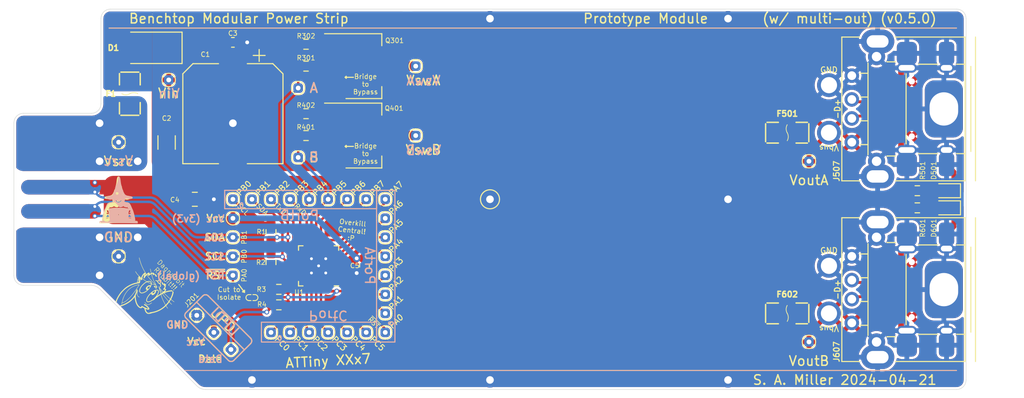
<source format=kicad_pcb>
(kicad_pcb (version 20211014) (generator pcbnew)
  (title_block (title "Benchtop Modular Power Strip") (date "2024-04-21") (rev "0.5.0") (company "S. A. Miller") (comment 1 "Prototype Module") (comment 2 "(w/ multi-out)"))
  (layers (0 "F.Cu" signal) (31 "B.Cu" signal) (34 "B.Paste" user) (35 "F.Paste" user) (36 "B.SilkS" user "B.Silkscreen") (37 "F.SilkS" user "F.Silkscreen") (38 "B.Mask" user) (39 "F.Mask" user) (44 "Edge.Cuts" user))
  (net 0 "")
  (net 1 "GND")
  (net 2 "~{RESET}")
  (net 3 "Dat0")
  (net 4 "PA4")
  (net 5 "PA5")
  (net 6 "PA6")
  (net 7 "PA7")
  (net 8 "PB2")
  (net 9 "PB3")
  (net 10 "PA1")
  (net 11 "PA2")
  (net 12 "PA3")
  (net 13 "PB0")
  (net 14 "PB1")
  (net 15 "PB4")
  (net 16 "PB5")
  (net 17 "PB6")
  (net 18 "PB7")
  (net 19 "PC2")
  (net 20 "PC3")
  (net 21 "PC4")
  (net 22 "PC5")
  (net 23 "Vsrc")
  (net 24 "Vin")
  (net 25 "/Source Power Rail/Vprot")
  (net 26 "PA0")
  (net 27 "I2C-Vcc")
  (net 28 "PC0")
  (net 29 "PC1")
  (net 30 "Net-(Q301-Pad1)")
  (net 31 "VswA")
  (net 32 "Net-(Q401-Pad1)")
  (net 33 "VswB")
  (net 34 "Net-(C507-Pad1)")
  (net 35 "Net-(C607-Pad1)")
  (net 36 "Net-(D501-Pad2)")
  (net 37 "VoutA")
  (net 50 "VoutB")
  (net 51 "Net-(D601-Pad2)")
  (footprint "tinker:TestPoint_THTPad_D1.0mm_Drill0.5mm" (layer "F.Cu") (at 79 114)
    (fp_text reference "PC1")
    (fp_text value "CtrlC" hide)
  )
  (footprint "Package_TO_SOT_SMD:SOT-223-3_TabPin2" (layer "F.Cu") (at 86.7278 93.3)
    (fp_text reference "Q401")
    (fp_text value "ZXMP4A16G")
  )
  (footprint "tinker:TestPoint_THTPad_D1.0mm_Drill0.5mm" (layer "F.Cu") (at 92.2 93.3)
    (fp_text reference "TP402" hide)
    (fp_text value "VswB" hide)
  )
  (footprint "Capacitor_SMD:C_0805_2012Metric" (layer "F.Cu") (at 69 100)
    (fp_text reference "C4")
    (fp_text value "4.7uF")
  )
  (footprint "Resistor_SMD:R_0603_1608Metric" (layer "F.Cu") (at 77.825 109.474)
    (fp_text reference "R3")
    (fp_text value "10k")
  )
  (footprint "LED_SMD:LED_0603_1608Metric" (layer "F.Cu") (at 147.9296 99.1 180)
    (fp_text reference "D501")
    (fp_text value "LED")
  )
  (footprint "Resistor_SMD:R_0603_1608Metric" (layer "F.Cu") (at 80.6794 86)
    (fp_text reference "R301")
    (fp_text value "100R")
  )
  (footprint "tinker:TestPoint_THTPad_D1.0mm_Drill0.5mm" (layer "F.Cu") (at 73 108)
    (fp_text reference "TP3" hide)
    (fp_text value "Dat0" hide)
  )
  (footprint "tinker:TestPoint_THTPad_D1.0mm_Drill0.5mm" (layer "F.Cu") (at 61 94)
    (fp_text reference "TP1" hide)
    (fp_text value "Vsrc" hide)
  )
  (footprint "tinker:TestPoint_THTPad_D1.0mm_Drill0.5mm" (layer "F.Cu") (at 85 114 90)
    (fp_text reference "PC4")
    (fp_text value "CtrlC" hide)
  )
  (footprint "Capacitor_SMD:C_0603_1608Metric" (layer "F.Cu") (at 86.8172 106.9848 -90)
    (fp_text reference "C5")
    (fp_text value "100nF")
  )
  (footprint "Resistor_SMD:R_0603_1608Metric" (layer "F.Cu") (at 144.8816 100.9)
    (fp_text reference "R601")
    (fp_text value "?")
  )
  (footprint "tinker:TestPoint_THTPad_D1.0mm_Drill0.5mm" (layer "F.Cu") (at 79.8544 95.6)
    (fp_text reference "TP401" hide)
    (fp_text value "CtrlA" hide)
  )
  (footprint "tinker:TestPoint_THTPad_D1.0mm_Drill0.5mm" (layer "F.Cu") (at 81 100 90)
    (fp_text reference "PB4")
    (fp_text value "CtrlB" hide)
  )
  (footprint "tinker:F1206" (layer "F.Cu") (at 62.176 88.9 90)
    (fp_text reference "F1")
    (fp_text value "Polyfuse" hide)
  )
  (footprint "tinker:USB_A+C+XT30" (layer "F.Cu") (at 150 109.5 90)
    (fp_text reference "J607")
    (fp_text value "USB_A+C+XT30" hide)
  )
  (footprint "Resistor_SMD:R_0603_1608Metric" (layer "F.Cu") (at 77 103.4288 -90)
    (fp_text reference "R1")
    (fp_text value "10k")
  )
  (footprint "tinker:TestPoint_THTPad_D1.0mm_Drill0.5mm" (layer "F.Cu") (at 89 110 180)
    (fp_text reference "PA2")
    (fp_text value "CtrlA" hide)
  )
  (footprint "tinker:TestPoint_THTPad_D1.0mm_Drill0.5mm" (layer "F.Cu") (at 87 114 90)
    (fp_text reference "PC5")
    (fp_text value "CtrlC" hide)
  )
  (footprint "tinker:TestPoint_THTPad_D1.0mm_Drill0.5mm" (layer "F.Cu") (at 92.2 86)
    (fp_text reference "TP302" hide)
    (fp_text value "VswA" hide)
  )
  (footprint "tinker:TestPoint_THTPad_D1.0mm_Drill0.5mm" (layer "F.Cu") (at 133.5 96)
    (fp_text reference "TP501" hide)
    (fp_text value "Vout1" hide)
  )
  (footprint "Resistor_SMD:R_0603_1608Metric" (layer "F.Cu") (at 144.8816 99.1)
    (fp_text reference "R501")
    (fp_text value "?")
  )
  (footprint "Resistor_SMD:R_0603_1608Metric" (layer "F.Cu") (at 77.825 111.0996 180)
    (fp_text reference "R4")
    (fp_text value "330R")
  )
  (footprint "tinker:TestPoint_THTPad_D1.0mm_Drill0.5mm" (layer "F.Cu") (at 89 106 180)
    (fp_text reference "PA4")
    (fp_text value "CtrlA" hide)
  )
  (footprint "tinker:tinySJ-Bridged" (layer "F.Cu") (at 75 110.3376)
    (fp_text reference "JP201" hide)
    (fp_text value "Jumper_2_Bridged" hide)
  )
  (footprint "Capacitor_SMD:CP_Elec_10x10" (layer "F.Cu") (at 73 91 -90)
    (fp_text reference "C1")
    (fp_text value "220uF")
  )
  (footprint "tinker:TestPoint_THTPad_D1.0mm_Drill0.5mm" (layer "F.Cu") (at 75 100 90)
    (fp_text reference "PB1")
    (fp_text value "CtrlB" hide)
  )
  (footprint "tinker:TestPoint_THTPad_D1.0mm_Drill0.5mm" (layer "F.Cu") (at 81 114 90)
    (fp_text reference "PC2")
    (fp_text value "CtrlC" hide)
  )
  (footprint "tinker:TestPoint_THTPad_D1.0mm_Drill0.5mm" (layer "F.Cu") (at 89 100 180)
    (fp_text reference "PA7")
    (fp_text value "CtrlA" hide)
  )
  (footprint "Package_DFN_QFN:QFN-24-1EP_4x4mm_P0.5mm_EP2.6x2.6mm" (layer "F.Cu") (at 82 107 180)
    (fp_text reference "U1")
    (fp_text value "ATtiny1617")
  )
  (footprint "tinker:NerdMage" (layer "F.Cu") (at 61 100)
    (fp_text reference "G***" hide)
    (fp_text value "LOGO" hide)
  )
  (footprint "tinker:TestPoint_THTPad_D1.0mm_Drill0.5mm" (layer "F.Cu") (at 77 114)
    (fp_text reference "PC0")
    (fp_text value "CtrlC" hide)
  )
  (footprint "tinker:TestPoint_THTPad_D1.0mm_Drill0.5mm" (layer "F.Cu") (at 66.262 87.45)
    (fp_text reference "TP2" hide)
    (fp_text value "Vin" hide)
  )
  (footprint "tinker:TestPoint_THTPad_D1.0mm_Drill0.5mm" (layer "F.Cu") (at 83 100 90)
    (fp_text reference "PB5")
    (fp_text value "CtrlB" hide)
  )
  (footprint "tinker:TestPoint_THTPad_D1.0mm_Drill0.5mm" (layer "F.Cu") (at 61 106)
    (fp_text reference "TP7" hide)
    (fp_text value "GND" hide)
  )
  (footprint "Capacitor_SMD:C_1206_3216Metric" (layer "F.Cu") (at 66.04 94.0308 -90)
    (fp_text reference "C2")
    (fp_text value "10uF")
  )
  (footprint "tinker:DagNabbit" (layer "F.Cu") (at 64.1016 109.72 135)
    (fp_text reference "REF**" hide)
    (fp_text value "DagNabbit" hide)
  )
  (footprint "Package_TO_SOT_SMD:SOT-223-3_TabPin2" (layer "F.Cu") (at 86.7278 86)
    (fp_text reference "Q301")
    (fp_text value "ZXMP4A16G")
  )
  (footprint "tinker:TestPoint_THTPad_D1.0mm_Drill0.5mm" (layer "F.Cu") (at 79.8544 88.3)
    (fp_text reference "TP301" hide)
    (fp_text value "CtrlA" hide)
  )
  (footprint "tinker:TestPoint_THTPad_D1.0mm_Drill0.5mm" (layer "F.Cu") (at 89 102 180)
    (fp_text reference "PA6")
    (fp_text value "CtrlA" hide)
  )
  (footprint "tinker:TestPoint_THTPad_D1.0mm_Drill0.5mm" (layer "F.Cu") (at 89 112 180)
    (fp_text reference "PA1")
    (fp_text value "CtrlA" hide)
  )
  (footprint "Resistor_SMD:R_0603_1608Metric" (layer "F.Cu") (at 80.6794 91)
    (fp_text reference "R402")
    (fp_text value "10k")
  )
  (footprint "tinker:USB_A+C+XT30" (layer "F.Cu") (at 150 90.5 90)
    (fp_text reference "J507")
    (fp_text value "USB_A+C+XT30" hide)
  )
  (footprint "tinker:F1206" (layer "F.Cu") (at 131.2164 112)
    (fp_text reference "F602")
    (fp_text value "Polyfuse" hide)
  )
  (footprint "tinker:F1206" (layer "F.Cu") (at 131.2164 93)
    (fp_text reference "F501")
    (fp_text value "Polyfuse" hide)
  )
  (footprint "tinker:TestPoint_THTPad_D1.0mm_Drill0.5mm" (layer "F.Cu") (at 77 100 90)
    (fp_text reference "PB2")
    (fp_text value "CtrlB" hide)
  )
  (footprint "tinker:TestPoint_THTPad_D1.0mm_Drill0.5mm" (layer "F.Cu") (at 73 106)
    (fp_text reference "TP6" hide)
    (fp_text value "Dat3" hide)
  )
  (footprint "tinker:TestPoint_THTPad_D1.0mm_Drill0.5mm" (layer "F.Cu") (at 133.5 115)
    (fp_text reference "TP601" hide)
    (fp_text value "Vout1" hide)
  )
  (footprint "Resistor_SMD:R_0603_1608Metric" (layer "F.Cu") (at 77 106.6292 90)
    (fp_text reference "R2")
    (fp_text value "10k")
  )
  (footprint "tinker:TestPoint_THTPad_D1.0mm_Drill0.5mm" (layer "F.Cu") (at 89 104 180)
    (fp_text reference "PA5")
    (fp_text value "CtrlA" hide)
  )
  (footprint "tinker:TestPoint_THTPad_D1.0mm_Drill0.5mm" (layer "F.Cu") (at 87 100 90)
    (fp_text reference "PB7")
    (fp_text value "CtrlB" hide)
  )
  (footprint "tinker:TestPoint_THTPad_D1.0mm_Drill0.5mm" (layer "F.Cu") (at 73 100 90)
    (fp_text reference "PB0")
    (fp_text value "CtrlB" hide)
  )
  (footprint "Resistor_SMD:R_0603_1608Metric" (layer "F.Cu") (at 80.6794 83.7)
    (fp_text reference "R302")
    (fp_text value "10k")
  )
  (footprint "Diode_SMD:D_SMA" (layer "F.Cu") (at 64.262 84.074 180)
    (fp_text reference "D1")
    (fp_text value "D_Schottky")
  )
  (footprint "tinker:TestPoint_THTPad_D1.0mm_Drill0.5mm" (layer "F.Cu") (at 79 100 90)
    (fp_text reference "PB3")
    (fp_text value "CtrlB" hide)
  )
  (footprint "Capacitor_SMD:C_0603_1608Metric" (layer "F.Cu") (at 73 83.5)
    (fp_text reference "C3")
    (fp_text value "100nF")
  )
  (footprint "Resistor_SMD:R_0603_1608Metric" (layer "F.Cu") (at 80.6794 93.3)
    (fp_text reference "R401")
    (fp_text value "100R")
  )
  (footprint "tinker:TestPoint_THTPad_D1.0mm_Drill0.5mm" (layer "F.Cu") (at 83 114 90)
    (fp_text reference "PC3")
    (fp_text value "CtrlC" hide)
  )
  (footprint "tinker:TestPoint_THTPad_D1.0mm_Drill0.5mm" (layer "F.Cu") (at 89 108 180)
    (fp_text reference "PA3")
    (fp_text value "CtrlA" hide)
  )
  (footprint "LED_SMD:LED_0603_1608Metric" (layer "F.Cu") (at 147.9296 100.9 180)
    (fp_text reference "D601")
    (fp_text value "LED")
  )
  (footprint "tinker:UPDI_connection" (layer "F.Cu") (at 71 114 -45)
    (fp_text reference "J201")
    (fp_text value "UPDI Connection" hide)
  )
  (footprint "tinker:TestPoint_THTPad_D1.0mm_Drill0.5mm" (layer "F.Cu") (at 89 114 180)
    (fp_text reference "PA0")
    (fp_text value "CtrlA" hide)
  )
  (footprint "tinker:TestPoint_THTPad_D1.0mm_Drill0.5mm" (layer "F.Cu") (at 73 102)
    (fp_text reference "TP4" hide)
    (fp_text value "Dat1" hide)
  )
  (footprint "tinker:TestPoint_THTPad_D1.0mm_Drill0.5mm" (layer "F.Cu") (at 73 104)
    (fp_text reference "TP5" hide)
    (fp_text value "Dat2" hide)
  )
  (footprint "tinker:TestPoint_THTPad_D1.0mm_Drill0.5mm" (layer "F.Cu") (at 85 100 90)
    (fp_text reference "PB6")
    (fp_text value "CtrlB" hide)
  )
  (footprint "tinker:NerdMage" (layer "B.Cu") (at 61 100 180)
    (fp_text reference "G***" hide)
    (fp_text value "LOGO" hide)
  )
  (gr_line (start 68 118) (end 149 118) (layer "B.SilkS") (width 0.1))
  (gr_rect (start 72.136 99.06) (end 88.0872 100.9904) (layer "B.SilkS") (width 0.12) (fill none))
  (gr_line (start 60 82) (end 149 82) (layer "B.SilkS") (width 0.1))
  (gr_rect (start 88.0872 115.0112) (end 75.9968 112.9284) (layer "B.SilkS") (width 0.12) (fill none))
  (gr_rect (start 88.0872 99.06) (end 90.0176 115.0112) (layer "B.SilkS") (width 0.12) (fill none))
  (gr_line (start 84.7942 94.4372) (end 84.8958 94.3356) (layer "F.SilkS") (width 0.12))
  (gr_line (start 84.8958 94.5388) (end 84.7942 94.4372) (layer "F.SilkS") (width 0.12))
  (gr_line (start 84.7942 87.1728) (end 84.8958 87.0712) (layer "F.SilkS") (width 0.12))
  (gr_line (start 73.6108 108.966) (end 74.2204 109.7788) (layer "F.SilkS") (width 0.12))
  (gr_line (start 85.6578 87.1728) (end 84.7942 87.1728) (layer "F.SilkS") (width 0.12))
  (gr_line (start 85.6578 94.4372) (end 84.7942 94.4372) (layer "F.SilkS") (width 0.12))
  (gr_line (start 84.8958 87.0712) (end 84.8958 87.2744) (layer "F.SilkS") (width 0.12))
  (gr_line (start 60 82) (end 149 82) (layer "F.SilkS") (width 0.1))
  (gr_line (start 75 118) (end 149 118) (layer "F.SilkS") (width 0.1))
  (gr_line (start 74.0172 109.728) (end 74.2204 109.7788) (layer "F.SilkS") (width 0.12))
  (gr_line (start 84.8958 87.2744) (end 84.7942 87.1728) (layer "F.SilkS") (width 0.12))
  (gr_line (start 74.2204 109.7788) (end 74.2204 109.5756) (layer "F.SilkS") (width 0.12))
  (gr_line (start 84.8958 94.3356) (end 84.8958 94.5388) (layer "F.SilkS") (width 0.12))
  (gr_circle (center 100 100) (end 101 100) (layer "F.SilkS") (width 0.12) (fill none))
  (gr_line (start 74.2204 109.5756) (end 74.0172 109.728) (layer "F.SilkS") (width 0.12))
  (gr_line (start 59.144 109.548) (end 69.144 119.548) (layer "Edge.Cuts") (width 0.05))
  (gr_arc (start 149 80) (mid 149.707107 80.292893) (end 150 81) (layer "Edge.Cuts") (width 0.05))
  (gr_arc (start 50 91.96) (mid 50.292893 91.252893) (end 51 90.96) (layer "Edge.Cuts") (width 0.05))
  (gr_line (start 50 108.04) (end 50 91.96) (layer "Edge.Cuts") (width 0.05))
  (gr_line (start 60.144 80) (end 149 80) (layer "Edge.Cuts") (width 0.05))
  (gr_arc (start 58.144 109.04) (mid 58.694524 109.194544) (end 59.144 109.548) (layer "Edge.Cuts") (width 0.05))
  (gr_line (start 59.144 81) (end 59.144 89.96) (layer "Edge.Cuts") (width 0.05))
  (gr_arc (start 59.144 81) (mid 59.436893 80.292893) (end 60.144 80) (layer "Edge.Cuts") (width 0.05))
  (gr_arc (start 150 119) (mid 149.707107 119.707107) (end 149 120) (layer "Edge.Cuts") (width 0.05))
  (gr_arc (start 70.144 120) (mid 69.594859 119.882718) (end 69.144 119.548) (layer "Edge.Cuts") (width 0.05))
  (gr_line (start 150 119) (end 150 81) (layer "Edge.Cuts") (width 0.05))
  (gr_line (start 51 90.96) (end 58.144 90.96) (layer "Edge.Cuts") (width 0.05))
  (gr_arc (start 51 109.04) (mid 50.292893 108.747107) (end 50 108.04) (layer "Edge.Cuts") (width 0.05))
  (gr_arc (start 59.144 89.96) (mid 58.851107 90.667107) (end 58.144 90.96) (layer "Edge.Cuts") (width 0.05))
  (gr_line (start 58.144 109.04) (end 51 109.04) (layer "Edge.Cuts") (width 0.05))
  (gr_line (start 149 120) (end 70.144 120) (layer "Edge.Cuts") (width 0.05))
  (gr_text "Vcc (3v3)" (at 72.194 102.0516) (layer "B.SilkS") (effects (font (size 0.75 0.75)) (justify left mirror)))
  (gr_text "B" (at 81.4832 95.5548) (layer "B.SilkS") (effects (font (size 1 1)) (justify mirror)))
  (gr_text "PortA" (at 87.376 106.9848 270) (layer "B.SilkS") (effects (font (size 1 1)) (justify mirror)))
  (gr_text "0" (at 73.914 100.6348) (layer "B.SilkS") (effects (font (size 0.5 0.5) (thickness 0.1)) (justify mirror)))
  (gr_text "0" (at 89.6112 113.03 90) (layer "B.SilkS") (effects (font (size 0.5 0.5) (thickness 0.1)) (justify mirror)))
  (gr_text "VswA" (at 93.0148 87.5284) (layer "B.SilkS") (effects (font (size 1 1)) (justify mirror)))
  (gr_text "GND" (at 60.96 103.9876) (layer "B.SilkS") (effects (font (size 1 1)) (justify mirror)))
  (gr_text "SDA" (at 72.194 104.0516) (layer "B.SilkS") (effects (font (size 0.75 0.75)) (justify left mirror)))
  (gr_text "Vin" (at 66.294 88.9) (layer "B.SilkS") (effects (font (size 1 1)) (justify mirror)))
  (gr_text "PortC" (at 83.0072 112.2172 180) (layer "B.SilkS") (effects (font (size 1 1)) (justify mirror)))
  (gr_text "PortB" (at 80.01 101.7016) (layer "B.SilkS") (effects (font (size 1 1)) (justify mirror)))
  (gr_text "VswB" (at 93.0148 94.8436) (layer "B.SilkS") (effects (font (size 1 1)) (justify mirror)))
  (gr_text "0" (at 77.9272 114.6048) (layer "B.SilkS") (effects (font (size 0.5 0.5) (thickness 0.1)) (justify mirror)))
  (gr_text "SCL" (at 72.194 106.0516) (layer "B.SilkS") (effects (font (size 0.75 0.75)) (justify left mirror)))
  (gr_text "A" (at 81.4832 88.2904) (layer "B.SilkS") (effects (font (size 1 1)) (justify mirror)))
  (gr_text "~{RST} (global)" (at 72.2376 108.0516) (layer "B.SilkS") (effects (font (size 0.75 0.75)) (justify left mirror)))
  (gr_text "Vsrc" (at 60.96 95.9612) (layer "B.SilkS") (effects (font (size 1 1)) (justify mirror)))
  (gr_text "${TITLE}" (at 62 81) (layer "F.SilkS") (effects (font (size 1 1)) (justify left)))
  (gr_text "${COMMENT2} (v${REVISION})" (at 147 81) (layer "F.SilkS") (effects (font (size 1 1)) (justify right)))
  (gr_text "~{RST}" (at 72.3 108) (layer "F.SilkS") (effects (font (size 0.75 0.75)) (justify right)))
  (gr_text "Vin" (at 66.262 88.8492) (layer "F.SilkS") (effects (font (size 1 1))))
  (gr_text "${COMMENT1}" (at 123 81) (layer "F.SilkS") (effects (font (size 1 1)) (justify right)))
  (gr_text "SCL" (at 72.2564 106) (layer "F.SilkS") (effects (font (size 0.75 0.75)) (justify right)))
  (gr_text "RxD" (at 79.55 100.55 315) (layer "F.SilkS") (effects (font (size 0.5 0.5) (thickness 0.075)) (justify left)))
  (gr_text "B" (at 81.5044 95.6) (layer "F.SilkS") (effects (font (size 1 1))))
  (gr_text "Vcc" (at 72.2564 102) (layer "F.SilkS") (effects (font (size 0.75 0.75)) (justify right)))
  (gr_text "TxD" (at 77.55 100.55 315) (layer "F.SilkS") (effects (font (size 0.5 0.5) (thickness 0.075)) (justify left)))
  (gr_text "PB1" (at 74.1868 104 90) (layer "F.SilkS") (effects (font (size 0.5 0.5) (thickness 0.075))))
  (gr_text "SDA" (at 72.2564 104) (layer "F.SilkS") (effects (font (size 0.75 0.75)) (justify right)))
  (gr_text "Overkill\nCentral!\n:P" (at 85.4964 103.2764 -6.282) (layer "F.SilkS") (effects (font (size 0.5 0.5) (thickness 0.075))))
  (gr_text "Vsrc" (at 61 96) (layer "F.SilkS") (effects (font (size 1 1))))
  (gr_text "ATTiny XXx7" (at 83 117 3.141) (layer "F.SilkS") (effects (font (size 1 1))))
  (gr_text "Bridge\nto\nBypass" (at 86.9278 95.2) (layer "F.SilkS") (effects (font (size 0.5 0.5) (thickness 0.075))))
  (gr_text "Bridge\nto\nBypass" (at 86.9278 87.9) (layer "F.SilkS") (effects (font (size 0.5 0.5) (thickness 0.075))))
  (gr_text "Cut to\nIsolate" (at 72.6 109.9) (layer "F.SilkS") (effects (font (size 0.5 0.5) (thickness 0.075))))
  (gr_text "VswB" (at 93 94.8) (layer "F.SilkS") (effects (font (size 1 1))))
  (gr_text "A" (at 81.5044 88.3) (layer "F.SilkS") (effects (font (size 1 1))))
  (gr_text "SCL" (at 73.55 100.55 315) (layer "F.SilkS") (effects (font (size 0.5 0.5) (thickness 0.075)) (justify left)))
  (gr_text "VoutB" (at 133.5 117) (layer "F.SilkS") (effects (font (size 1 1))))
  (gr_text "VswA" (at 93 87.5) (layer "F.SilkS") (effects (font (size 1 1))))
  (gr_text "PA0" (at 74.1868 108 90) (layer "F.SilkS") (effects (font (size 0.5 0.5) (thickness 0.075))))
  (gr_text "${COMPANY} ${ISSUE_DATE}" (at 147 119) (layer "F.SilkS") (effects (font (size 1 1)) (justify right)))
  (gr_text "VoutA" (at 133.5 98) (layer "F.SilkS") (effects (font (size 1 1))))
  (gr_text "SDA" (at 75.55 100.55 315) (layer "F.SilkS") (effects (font (size 0.5 0.5) (thickness 0.075)) (justify left)))
  (gr_text "GND" (at 61 104) (layer "F.SilkS") (effects (font (size 1 1))))
  (gr_text "~{RST}" (at 88.3 113.5 -45) (layer "F.SilkS") (effects (font (size 0.5 0.5) (thickness 0.075)) (justify right)))
  (gr_text "PB0" (at 74.1868 106 90) (layer "F.SilkS") (effects (font (size 0.5 0.5) (thickness 0.075))))
  (segment (start 73 92) (end 73 95) (width 0.5) (layer "F.Cu") (net 1))
  (segment (start 84.932549 107.613353) (end 84.715642 107.396446) (width 0.25) (layer "F.Cu") (net 1))
  (segment (start 86 107.7598) (end 85.286103 107.7598) (width 0.25) (layer "F.Cu") (net 1))
  (segment (start 74.5 83.5) (end 73.775 83.5) (width 0.5) (layer "F.Cu") (net 1))
  (segment (start 71 100) (end 69.95 100) (width 0.5) (layer "F.Cu") (net 1))
  (segment (start 86.8172 107.7598) (end 86 107.7598) (width 0.5) (layer "F.Cu") (net 1))
  (segment (start 72.4942 95.5058) (end 73 95) (width 0.5) (layer "F.Cu") (net 1))
  (segment (start 82.25 107.25) (end 82 107) (width 0.25) (layer "F.Cu") (net 1))
  (segment (start 83.9375 107.25) (end 82.25 107.25) (width 0.25) (layer "F.Cu") (net 1))
  (segment (start 148.7171 99.1) (end 148.7171 97.115433) (width 0.5) (layer "F.Cu") (net 1))
  (segment (start 148.7171 102.884567) (end 147.948632 103.653035) (width 0.5) (layer "F.Cu") (net 1))
  (segment (start 66.04 95.5058) (end 72.4942 95.5058) (width 0.5) (layer "F.Cu") (net 1))
  (segment (start 84.362089 107.25) (end 83.9375 107.25) (width 0.25) (layer "F.Cu") (net 1))
  (segment (start 148.7171 97.115433) (end 147.948632 96.346965) (width 0.5) (layer "F.Cu") (net 1))
  (segment (start 148.7171 100.9) (end 148.7171 102.884567) (width 0.5) (layer "F.Cu") (net 1))
  (via (at 82.75 107.75) (size 0.5) (drill 0.3) (layers "F.Cu" "B.Cu") (net 1))
  (via (at 75 119) (size 1.6) (drill 0.8) (layers "F.Cu" "B.Cu") (net 1))
  (via (at 86 107.7598) (size 0.8) (drill 0.4) (layers "F.Cu" "B.Cu") (net 1))
  (via (at 73 92) (size 1.6) (drill 0.8) (layers "F.Cu" "B.Cu") (net 1))
  (via (at 82 107) (size 0.5) (drill 0.3) (layers "F.Cu" "B.Cu") (net 1))
  (via (at 63 104) (size 1.6) (drill 0.8) (layers "F.Cu" "B.Cu") (net 1))
  (via (at 82.75 106.25) (size 0.5) (drill 0.3) (layers "F.Cu" "B.Cu") (net 1))
  (via (at 81.25 107.75) (size 0.5) (drill 0.3) (layers "F.Cu" "B.Cu") (net 1))
  (via (at 74.5 83.5) (size 0.8) (drill 0.4) (layers "F.Cu" "B.Cu") (net 1))
  (via (at 71 100) (size 0.8) (drill 0.4) (layers "F.Cu" "B.Cu") (net 1))
  (via (at 125 81) (size 1.6) (drill 0.8) (layers "F.Cu" "B.Cu") (net 1))
  (via (at 100 119) (size 1.6) (drill 0.8) (layers "F.Cu" "B.Cu") (net 1))
  (via (at 59 104) (size 1.6) (drill 0.8) (layers "F.Cu" "B.Cu") (net 1))
  (via (at 59 108) (size 1.6) (drill 0.8) (layers "F.Cu" "B.Cu") (net 1))
  (via (at 81.25 106.25) (size 0.5) (drill 0.3) (layers "F.Cu" "B.Cu") (net 1))
  (via (at 100 100) (size 1.6) (drill 0.8) (layers "F.Cu" "B.Cu") (net 1))
  (via (at 100 81) (size 1.6) (drill 0.8) (layers "F.Cu" "B.Cu") (net 1))
  (via (at 125 119) (size 1.6) (drill 0.8) (layers "F.Cu" "B.Cu") (net 1))
  (via (at 125 100) (size 1.6) (drill 0.8) (layers "F.Cu" "B.Cu") (net 1))
  (arc (start 84.932549 107.613353) (mid 85.094761 107.72174) (end 85.286103 107.7598) (width 0.25) (layer "F.Cu") (net 1))
  (arc (start 84.715642 107.396446) (mid 84.55343 107.28806) (end 84.362089 107.25) (width 0.25) (layer "F.Cu") (net 1))
  (segment (start 76.555 111.8616) (end 77 111.4166) (width 0.25) (layer "F.Cu") (net 2))
  (segment (start 77 111.4166) (end 77 111.0996) (width 0.25) (layer "F.Cu") (net 2))
  (via (at 76.555 111.8616) (size 0.5) (drill 0.3) (layers "F.Cu" "B.Cu") (net 2))
  (segment (start 76.555 111.8616) (end 76.553073 111.863527) (width 0.25) (layer "B.Cu") (net 2))
  (segment (start 73.621107 112.154493) (end 73.088944 112.686656) (width 0.25) (layer "B.Cu") (net 2))
  (segment (start 76.553073 111.863527) (end 74.229912 111.863527) (width 0.25) (layer "B.Cu") (net 2))
  (segment (start 72.796051 113.393763) (end 72.796051 115.796051) (width 0.25) (layer "B.Cu") (net 2))
  (arc (start 74.229912 111.863527) (mid 73.90066 111.957614) (end 73.621107 112.154493) (width 0.25) (layer "B.Cu") (net 2))
  (arc (start 73.088944 112.686656) (mid 72.872171 113.01108) (end 72.796051 113.393763) (width 0.25) (layer "B.Cu") (net 2))
  (segment (start 73.462753 110.191153) (end 73.146446 109.874846) (width 0.25) (layer "F.Cu") (net 3))
  (segment (start 73 109.521293) (end 73 108) (width 0.25) (layer "F.Cu") (net 3))
  (segment (start 73.816307 110.3376) (end 74.4892 110.3376) (width 0.25) (layer "F.Cu") (net 3))
  (via (at 58.5 101.76) (size 0.5) (drill 0.3) (layers "F.Cu" "B.Cu") (net 3))
  (arc (start 73 109.521293) (mid 73.03806 109.712634) (end 73.146446 109.874846) (width 0.25) (layer "F.Cu") (net 3))
  (arc (start 73.816307 110.3376) (mid 73.624965 110.29954) (end 73.462753 110.191153) (width 0.25) (layer "F.Cu") (net 3))
  (segment (start 70.470707 107.707107) (end 64.816493 102.052893) (width 0.25) (layer "B.Cu") (net 3))
  (segment (start 64.109386 101.76) (end 58.5 101.76) (width 0.25) (layer "B.Cu") (net 3))
  (segment (start 73 108) (end 71.177814 108) (width 0.25) (layer "B.Cu") (net 3))
  (arc (start 64.109386 101.76) (mid 64.492069 101.83612) (end 64.816493 102.052893) (width 0.25) (layer "B.Cu") (net 3))
  (arc (start 71.177814 108) (mid 70.795131 107.92388) (end 70.470707 107.707107) (width 0.25) (layer "B.Cu") (net 3))
  (segment (start 86.198008 104.45) (end 86.7612 104.45) (width 0.25) (layer "F.Cu") (net 4))
  (segment (start 83.9375 106.25) (end 84.398008 106.25) (width 0.25) (layer "F.Cu") (net 4))
  (segment (start 84.398008 106.25) (end 86.198008 104.45) (width 0.25) (layer "F.Cu") (net 4))
  (segment (start 87.45 104.45) (end 86.7612 104.45) (width 0.25) (layer "F.Cu") (net 4))
  (segment (start 89 106) (end 87.45 104.45) (width 0.25) (layer "F.Cu") (net 4))
  (segment (start 84.261612 105.75) (end 86.011612 104) (width 0.25) (layer "F.Cu") (net 5))
  (segment (start 86.3984 104) (end 89 104) (width 0.25) (layer "F.Cu") (net 5))
  (segment (start 86.011612 104) (end 86.3984 104) (width 0.25) (layer "F.Cu") (net 5))
  (segment (start 83.9375 105.75) (end 84.261612 105.75) (width 0.25) (layer "F.Cu") (net 5))
  (segment (start 84.312716 105.0625) (end 85.825216 103.55) (width 0.25) (layer "F.Cu") (net 6))
  (segment (start 85.825216 103.55) (end 86.2896 103.55) (width 0.25) (layer "F.Cu") (net 6))
  (segment (start 83.25 105.0625) (end 84.312716 105.0625) (width 0.25) (layer "F.Cu") (net 6))
  (segment (start 89 102) (end 87.45 103.55) (width 0.25) (layer "F.Cu") (net 6))
  (segment (start 87.45 103.55) (end 86.2896 103.55) (width 0.25) (layer "F.Cu") (net 6))
  (segment (start 82.75 104.601992) (end 83.059592 104.2924) (width 0.25) (layer "F.Cu") (net 7))
  (segment (start 84.44642 104.2924) (end 85.63882 103.1) (width 0.25) (layer "F.Cu") (net 7))
  (segment (start 87.9856 101.346) (end 89 100.3316) (width 0.25) (layer "F.Cu") (net 7))
  (segment (start 87.263604 103.1) (end 87.9856 102.378004) (width 0.25) (layer "F.Cu") (net 7))
  (segment (start 85.63882 103.1) (end 87.263604 103.1) (width 0.25) (layer "F.Cu") (net 7))
  (segment (start 89 100.3316) (end 89 100) (width 0.25) (layer "F.Cu") (net 7))
  (segment (start 83.059592 104.2924) (end 84.44642 104.2924) (width 0.25) (layer "F.Cu") (net 7))
  (segment (start 87.9856 102.378004) (end 87.9856 101.346) (width 0.25) (layer "F.Cu") (net 7))
  (segment (start 82.75 105.0625) (end 82.75 104.601992) (width 0.25) (layer "F.Cu") (net 7))
  (segment (start 79.325 105.973008) (end 79.601992 106.25) (width 0.25) (layer "F.Cu") (net 8))
  (segment (start 79.3496 105.3592) (end 79.325 105.3838) (width 0.25) (layer "F.Cu") (net 8))
  (segment (start 79.325 105.3838) (end 79.325 105.973008) (width 0.25) (layer "F.Cu") (net 8))
  (segment (start 79.601992 106.25) (end 80.0625 106.25) (width 0.25) (layer "F.Cu") (net 8))
  (segment (start 77 100) (end 79.3496 102.3496) (width 0.25) (layer "F.Cu") (net 8))
  (segment (start 79.3496 102.3496) (end 79.3496 105.3592) (width 0.25) (layer "F.Cu") (net 8))
  (segment (start 80.0625 101.062499) (end 79 99.999999) (width 0.25) (layer "F.Cu") (net 9))
  (segment (start 80.0625 105.75) (end 80.0625 101.062499) (width 0.25) (layer "F.Cu") (net 9))
  (segment (start 87.45 110.45) (end 86.9804 110.45) (width 0.25) (layer "F.Cu") (net 10))
  (segment (start 85.860008 110.45) (end 86.9804 110.45) (width 0.25) (layer "F.Cu") (net 10))
  (segment (start 89 112) (end 87.45 110.45) (width 0.25) (layer "F.Cu") (net 10))
  (segment (start 83.25 108.9375) (end 84.347508 108.9375) (width 0.25) (layer "F.Cu") (net 10))
  (segment (start 84.347508 108.9375) (end 85.860008 110.45) (width 0.25) (layer "F.Cu") (net 10))
  (segment (start 86.046404 110) (end 86.886 110) (width 0.25) (layer "F.Cu") (net 11))
  (segment (start 89 110) (end 86.886 110) (width 0.25) (layer "F.Cu") (net 11))
  (segment (start 84.296404 108.25) (end 86.046404 110) (width 0.25) (layer "F.Cu") (net 11))
  (segment (start 83.9375 108.25) (end 84.296404 108.25) (width 0.25) (layer "F.Cu") (net 11))
  (segment (start 87.526 109.474) (end 86.1568 109.474) (width 0.25) (layer "F.Cu") (net 12))
  (segment (start 83.9375 107.75) (end 84.4328 107.75) (width 0.25) (layer "F.Cu") (net 12))
  (segment (start 84.4328 107.75) (end 86.1568 109.474) (width 0.25) (layer "F.Cu") (net 12))
  (segment (start 89 108) (end 87.526 109.474) (width 0.25) (layer "F.Cu") (net 12))
  (segment (start 77.167608 101.4404) (end 78.2001 102.472892) (width 0.25) (layer "F.Cu") (net 13))
  (segment (start 73.8888 100.8888) (end 73 100) (width 0.25) (layer "F.Cu") (net 13))
  (segment (start 77.2343 106.0385) (end 77 105.8042) (width 0.25) (layer "F.Cu") (net 13))
  (segment (start 75.345202 100.981598) (end 75.804004 101.4404) (width 0.25) (layer "F.Cu") (net 13))
  (segment (start 73 100) (end 73.981598 100.981598) (width 0.25) (layer "F.Cu") (net 13))
  (segment (start 78.2001 102.472892) (end 78.2001 106.1209) (width 0.25) (layer "F.Cu") (net 13))
  (segment (start 78.2001 106.0385) (end 77.2343 106.0385) (width 0.25) (layer "F.Cu") (net 13))
  (segment (start 78.2001 106.1209) (end 79.3292 107.25) (width 0.25) (layer "F.Cu") (net 13))
  (segment (start 79.3292 107.25) (end 80.0625 107.25) (width 0.25) (layer "F.Cu") (net 13))
  (segment (start 75.804004 101.4404) (end 77.167608 101.4404) (width 0.25) (layer "F.Cu") (net 13))
  (segment (start 73.981598 100.981598) (end 75.345202 100.981598) (width 0.25) (layer "F.Cu") (net 13))
  (via (at 78.2001 106.0385) (size 0.5) (drill 0.3) (layers "F.Cu" "B.Cu") (net 13))
  (via (at 58.5 100.76) (size 0.5) (drill 0.3) (layers "F.Cu" "B.Cu") (net 13))
  (segment (start 69.967911 105.707107) (end 64.825697 100.564893) (width 0.25) (layer "B.Cu") (net 13))
  (segment (start 64.11859 100.272) (end 59.402214 100.272) (width 0.25) (layer "B.Cu") (net 13))
  (segment (start 73 106) (end 78.1616 106) (width 0.25) (layer "B.Cu") (net 13))
  (segment (start 58.695107 100.564893) (end 58.5 100.76) (width 0.25) (layer "B.Cu") (net 13))
  (segment (start 78.1616 106) (end 78.2001 106.0385) (width 0.25) (layer "B.Cu") (net 13))
  (segment (start 73 106) (end 70.675018 106) (width 0.25) (layer "B.Cu") (net 13))
  (arc (start 58.695107 100.564893) (mid 59.01953 100.34812) (end 59.402214 100.272) (width 0.25) (layer "B.Cu") (net 13))
  (arc (start 69.967911 105.707107) (mid 70.292334 105.92388) (end 70.675018 106) (width 0.25) (layer "B.Cu") (net 13))
  (arc (start 64.825697 100.564893) (mid 64.501274 100.34812) (end 64.11859 100.272) (width 0.25) (layer "B.Cu") (net 13))
  (segment (start 79.465596 106.75) (end 80.0625 106.75) (width 0.25) (layer "F.Cu") (net 14))
  (segment (start 78.7751 103.9876) (end 78.7751 102.411496) (width 0.25) (layer "F.Cu") (net 14))
  (segment (start 77.354004 100.9904) (end 75.9904 100.9904) (width 0.25) (layer "F.Cu") (net 14))
  (segment (start 77.6256 104) (end 77.2538 104) (width 0.25) (layer "F.Cu") (net 14))
  (segment (start 75.9904 100.9904) (end 74.999999 100) (width 0.25) (layer "F.Cu") (net 14))
  (segment (start 78.7751 106.059504) (end 79.465596 106.75) (width 0.25) (layer "F.Cu") (net 14))
  (segment (start 78.7751 102.411496) (end 77.354004 100.9904) (width 0.25) (layer "F.Cu") (net 14))
  (segment (start 78.7751 103.9876) (end 78.7751 106.059504) (width 0.25) (layer "F.Cu") (net 14))
  (segment (start 77.2538 104) (end 77 104.2538) (width 0.25) (layer "F.Cu") (net 14))
  (via (at 77.6256 104) (size 0.5) (drill 0.3) (layers "F.Cu" "B.Cu") (net 14))
  (via (at 58.5 99.24) (size 0.5) (drill 0.3) (layers "F.Cu" "B.Cu") (net 14))
  (via (at 78.7751 103.9876) (size 0.5) (drill 0.3) (layers "F.Cu" "B.Cu") (net 14))
  (segment (start 68.604307 103.707107) (end 65.012093 100.114893) (width 0.25) (layer "B.Cu") (net 14))
  (segment (start 73 104) (end 69.311414 104) (width 0.25) (layer "B.Cu") (net 14))
  (segment (start 78.7627 104) (end 78.7751 103.9876) (width 0.25) (layer "B.Cu") (net 14))
  (segment (start 64.304986 99.822) (end 59.496214 99.822) (width 0.25) (layer "B.Cu") (net 14))
  (segment (start 58.789107 99.529107) (end 58.5 99.24) (width 0.25) (layer "B.Cu") (net 14))
  (segment (start 77.5332 104) (end 78.7627 104) (width 0.25) (layer "B.Cu") (net 14))
  (segment (start 73 104) (end 77.5332 104) (width 0.25) (layer "B.Cu") (net 14))
  (arc (start 59.496214 99.822) (mid 59.113531 99.74588) (end 58.789107 99.529107) (width 0.25) (layer "B.Cu") (net 14))
  (arc (start 68.604307 103.707107) (mid 68.92873 103.92388) (end 69.311414 104) (width 0.25) (layer "B.Cu") (net 14))
  (arc (start 65.012093 100.114893) (mid 64.68767 99.89812) (end 64.304986 99.822) (width 0.25) (layer "B.Cu") (net 14))
  (segment (start 80.75 100.25) (end 81 100) (width 0.25) (layer "F.Cu") (net 15))
  (segment (start 80.75 105.0625) (end 80.75 100.25) (width 0.25) (layer "F.Cu") (net 15))
  (segment (start 79.8544 86) (end 79.8544 88.3) (width 0.25) (layer "F.Cu") (net 15))
  (segment (start 78.1304 90.024) (end 78.1304 96.266) (width 0.25) (layer "B.Cu") (net 15))
  (segment (start 79.8544 88.3) (end 78.1304 90.024) (width 0.25) (layer "B.Cu") (net 15))
  (segment (start 81 99.1356) (end 81 100) (width 0.25) (layer "B.Cu") (net 15))
  (segment (start 78.1304 96.266) (end 81 99.1356) (width 0.25) (layer "B.Cu") (net 15))
  (segment (start 81.25 105.0625) (end 81.25 101.75) (width 0.25) (layer "F.Cu") (net 16))
  (segment (start 82.5084 100.4916) (end 83.000001 100) (width 0.25) (layer "F.Cu") (net 16))
  (segment (start 81.25 101.75) (end 82.5084 100.4916) (width 0.25) (layer "F.Cu") (net 16))
  (segment (start 79.8544 93.3) (end 79.8544 95.6) (width 0.25) (layer "F.Cu") (net 16))
  (segment (start 79.8544 95.6) (end 83 98.7456) (width 0.25) (layer "B.Cu") (net 16))
  (segment (start 83 98.7456) (end 83 100) (width 0.25) (layer "B.Cu") (net 16))
  (segment (start 81.75 101.886396) (end 82.445598 101.190798) (width 0.25) (layer "F.Cu") (net 17))
  (segment (start 84.0096 100.9904) (end 85 100) (width 0.25) (layer "F.Cu") (net 17))
  (segment (start 82.445598 101.190798) (end 82.645996 100.9904) (width 0.25) (layer "F.Cu") (net 17))
  (segment (start 81.75 105.0625) (end 81.75 101.886396) (width 0.25) (layer "F.Cu") (net 17))
  (segment (start 82.645996 100.9904) (end 84.0096 100.9904) (width 0.25) (layer "F.Cu") (net 17))
  (segment (start 82.25 105.0625) (end 82.25 102.2048) (width 0.25) (layer "F.Cu") (net 18))
  (segment (start 83.0144 101.4404) (end 82.8548 101.6) (width 0.25) (layer "F.Cu") (net 18))
  (segment (start 86.0604 100.9396) (end 84.696796 100.9396) (width 0.25) (layer "F.Cu") (net 18))
  (segment (start 84.696796 100.9396) (end 84.195996 101.4404) (width 0.25) (layer "F.Cu") (net 18))
  (segment (start 84.195996 101.4404) (end 83.0144 101.4404) (width 0.25) (layer "F.Cu") (net 18))
  (segment (start 82.25 102.2048) (end 82.8548 101.6) (width 0.25) (layer "F.Cu") (net 18))
  (segment (start 87 100) (end 86.0604 100.9396) (width 0.25) (layer "F.Cu") (net 18))
  (segment (start 80.75 108.9375) (end 80.75 113.75) (width 0.25) (layer "F.Cu") (net 19))
  (segment (start 80.75 113.75) (end 81 114) (width 0.25) (layer "F.Cu") (net 19))
  (segment (start 82.163 113.163) (end 83 114) (width 0.25) (layer "F.Cu") (net 20))
  (segment (start 81.25 112.25) (end 82.163 113.163) (width 0.25) (layer "F.Cu") (net 20))
  (segment (start 81.25 108.9375) (end 81.25 112.25) (width 0.25) (layer "F.Cu") (net 20))
  (segment (start 82.717196 113.0808) (end 84.0808 113.0808) (width 0.25) (layer "F.Cu") (net 21))
  (segment (start 81.75 108.9375) (end 81.75 112.113604) (width 0.25) (layer "F.Cu") (net 21))
  (segment (start 82.404998 112.768602) (end 82.717196 113.0808) (width 0.25) (layer "F.Cu") (net 21))
  (segment (start 84.0808 113.0808) (end 85 114) (width 0.25) (layer "F.Cu") (net 21))
  (segment (start 81.75 112.113604) (end 82.404998 112.768602) (width 0.25) (layer "F.Cu") (net 21))
  (segment (start 82.25 108.9375) (end 82.25 111.977208) (width 0.25) (layer "F.Cu") (net 22))
  (segment (start 82.25 111.977208) (end 82.903592 112.6308) (width 0.25) (layer "F.Cu") (net 22))
  (segment (start 86.0808 113.0808) (end 87 114) (width 0.25) (layer "F.Cu") (net 22))
  (segment (start 84.717196 113.0808) (end 86.0808 113.0808) (width 0.25) (layer "F.Cu") (net 22))
  (segment (start 84.267196 112.6308) (end 84.717196 113.0808) (width 0.25) (layer "F.Cu") (net 22))
  (segment (start 82.903592 112.6308) (end 84.267196 112.6308) (width 0.25) (layer "F.Cu") (net 22))
  (via (at 59 92) (size 1.6) (drill 0.8) (layers "F.Cu" "B.Cu") (net 23))
  (via (at 63 96) (size 1.6) (drill 0.8) (layers "F.Cu" "B.Cu") (net 23))
  (via (at 59 96) (size 1.6) (drill 0.8) (layers "F.Cu" "B.Cu") (net 23))
  (segment (start 87.9856 112.6236) (end 89 113.638) (width 0.25) (layer "F.Cu") (net 26))
  (segment (start 78.8005 109.6245) (end 78.65 109.474) (width 0.25) (layer "F.Cu") (net 26))
  (segment (start 83.026992 109.675) (end 83.879408 109.675) (width 0.25) (layer "F.Cu") (net 26))
  (segment (start 82.75 108.9375) (end 82.75 109.398008) (width 0.25) (layer "F.Cu") (net 26))
  (segment (start 83.473008 109.675) (end 83.493004 109.655004) (width 0.25) (layer "F.Cu") (net 26))
  (segment (start 78.8005 110.9491) (end 78.65 111.0996) (width 0.25) (layer "F.Cu") (net 26))
  (segment (start 83.493004 109.655004) (end 84.428616 109.655004) (width 0.25) (layer "F.Cu") (net 26))
  (segment (start 85.720925 110.9) (end 86.8644 110.9) (width 0.25) (layer "F.Cu") (net 26))
  (segment (start 85.673612 110.9) (end 86.8644 110.9) (width 0.25) (layer "F.Cu") (net 26))
  (segment (start 83.026992 109.675) (end 83.473008 109.675) (width 0.25) (layer "F.Cu") (net 26))
  (segment (start 87.9856 111.621996) (end 87.9856 112.6236) (width 0.25) (layer "F.Cu") (net 26))
  (segment (start 78.8005 110.2996) (end 75.352 110.2996) (width 0.25) (layer "F.Cu") (net 26))
  (segment (start 82.75 109.398008) (end 83.026992 109.675) (width 0.25) (layer "F.Cu") (net 26))
  (segment (start 84.428616 109.655004) (end 85.673612 110.9) (width 0.25) (layer "F.Cu") (net 26))
  (segment (start 78.8005 110.2996) (end 78.8005 110.9491) (width 0.25) (layer "F.Cu") (net 26))
  (segment (start 83.879408 109.675) (end 83.899404 109.655004) (width 0.25) (layer "F.Cu") (net 26))
  (segment (start 75.352 110.2996) (end 75.314 110.3376) (width 0.25) (layer "F.Cu") (net 26))
  (segment (start 86.8644 110.9) (end 87.263604 110.9) (width 0.25) (layer "F.Cu") (net 26))
  (segment (start 87.263604 110.9) (end 87.9856 111.621996) (width 0.25) (layer "F.Cu") (net 26))
  (segment (start 78.8005 110.2996) (end 78.8005 109.6245) (width 0.25) (layer "F.Cu") (net 26))
  (segment (start 89 113.638) (end 89 114) (width 0.25) (layer "F.Cu") (net 26))
  (via (at 78.8005 110.2996) (size 0.5) (drill 0.3) (layers "F.Cu" "B.Cu") (net 26))
  (via (at 83.899404 109.655004) (size 0.5) (drill 0.3) (layers "F.Cu" "B.Cu") (net 26))
  (segment (start 83.401255 110.153153) (end 83.899404 109.655004) (width 0.25) (layer "B.Cu") (net 26))
  (segment (start 78.8005 110.2996) (end 83.047701 110.2996) (width 0.25) (layer "B.Cu") (net 26))
  (arc (start 83.047701 110.2996) (mid 83.239043 110.26154) (end 83.401255 110.153153) (width 0.25) (layer "B.Cu") (net 26))
  (segment (start 73 102) (end 71.292893 103.707107) (width 0.6) (layer "F.Cu") (net 27))
  (segment (start 86 106.2098) (end 86.8172 106.2098) (width 0.6) (layer "F.Cu") (net 27))
  (segment (start 84.327297 106.75) (end 83.9375 106.75) (width 0.25) (layer "F.Cu") (net 27))
  (segment (start 86 106.2098) (end 85.281711 106.2098) (width 0.25) (layer "F.Cu") (net 27))
  (segment (start 84.928157 106.356247) (end 84.68085 106.603554) (width 0.25) (layer "F.Cu") (net 27))
  (segment (start 71 104.414214) (end 71 114) (width 0.6) (layer "F.Cu") (net 27))
  (via (at 86 106.2098) (size 0.8) (drill 0.4) (layers "F.Cu" "B.Cu") (net 27))
  (via (at 58.5 98.24) (size 0.5) (drill 0.3) (layers "F.Cu" "B.Cu") (net 27))
  (arc (start 84.327297 106.75) (mid 84.518638 106.71194) (end 84.68085 106.603554) (width 0.25) (layer "F.Cu") (net 27))
  (arc (start 71.292893 103.707107) (mid 71.07612 104.03153) (end 71 104.414214) (width 0.6) (layer "F.Cu") (net 27))
  (arc (start 85.281711 106.2098) (mid 85.090369 106.24786) (end 84.928157 106.356247) (width 0.25) (layer "F.Cu") (net 27))
  (segment (start 82.083093 102.292893) (end 86 106.2098) (width 0.6) (layer "B.Cu") (net 27))
  (segment (start 73 102) (end 81.375986 102) (width 0.6) (layer "B.Cu") (net 27))
  (arc (start 81.375986 102) (mid 81.758669 102.07612) (end 82.083093 102.292893) (width 0.6) (layer "B.Cu") (net 27))
  (segment (start 79.601992 107.75) (end 79.325 108.026992) (width 0.25) (layer "F.Cu") (net 28))
  (segment (start 79.325 108.026992) (end 79.325 108.931538) (width 0.25) (layer "F.Cu") (net 28))
  (segment (start 80.0625 107.75) (end 79.601992 107.75) (width 0.25) (layer "F.Cu") (net 28))
  (segment (start 79.375 108.981538) (end 79.375 111.625) (width 0.25) (layer "F.Cu") (net 28))
  (segment (start 79.325 108.931538) (end 79.375 108.981538) (width 0.25) (layer "F.Cu") (net 28))
  (segment (start 79.375 111.625) (end 77 114) (width 0.25) (layer "F.Cu") (net 28))
  (segment (start 80.0625 108.25) (end 80.0625 112.9375) (width 0.25) (layer "F.Cu") (net 29))
  (segment (start 80.0625 112.9375) (end 79 114) (width 0.25) (layer "F.Cu") (net 29))
  (segment (start 83.5778 83.7) (end 81.5044 83.7) (width 0.25) (layer "F.Cu") (net 30))
  (segment (start 81.5044 86) (end 81.5044 83.7) (width 0.25) (layer "F.Cu") (net 30))
  (segment (start 83.5778 86) (end 89.8778 86) (width 1) (layer "F.Cu") (net 31))
  (segment (start 89.8778 86) (end 92.2 86) (width 1) (layer "F.Cu") (net 31))
  (segment (start 81.5044 91) (end 81.5044 93.3) (width 0.25) (layer "F.Cu") (net 32))
  (segment (start 83.5778 91) (end 81.5044 91) (width 0.25) (layer "F.Cu") (net 32))
  (segment (start 83.5778 93.3) (end 89.8778 93.3) (width 1) (layer "F.Cu") (net 33))
  (segment (start 89.8778 93.3) (end 92.2 93.3) (width 1) (layer "F.Cu") (net 33))
  (segment (start 147.1421 99.1) (end 145.7066 99.1) (width 0.25) (layer "F.Cu") (net 36))
  (segment (start 147.1421 100.9) (end 145.7066 100.9) (width 0.25) (layer "F.Cu") (net 51))
  (zone (net 23) (net_name "Vsrc") (layer "F.Cu") (connect_pads (clearance 0.254)) (min_thickness 0.254) (fill yes (thermal_gap 0.254) (thermal_bridge_width 0.508) (smoothing fillet) (radius 1))
    (polygon (pts (xy 64.003288 97.013505) (xy 49.0728 97.028) (xy 49.0728 89.232856) (xy 63.978582 89.236756)))
  )
  (zone (net 50) (net_name "VoutB") (layer "F.Cu") (connect_pads (clearance 0.254)) (min_thickness 0.254) (fill yes (thermal_gap 0.254) (thermal_bridge_width 0.508) (smoothing fillet) (radius 1))
    (polygon (pts (xy 151.1808 120.904) (xy 131.4704 120.904) (xy 131.4704 100.3808) (xy 151.1808 100.3808)))
  )
  (zone (net 1) (net_name "GND") (layer "F.Cu") (connect_pads (clearance 0.254)) (min_thickness 0.254) (fill yes (thermal_gap 0.254) (thermal_bridge_width 0.508) (smoothing fillet) (radius 1))
    (polygon (pts (xy 131.0132 116.332) (xy 101.0412 116.332) (xy 101.0412 113.9444) (xy 131.0132 113.9444)))
  )
  (zone (net 27) (net_name "I2C-Vcc") (layer "F.Cu") (connect_pads (clearance 0.254)) (min_thickness 0.254) (fill yes (thermal_gap 0.254) (thermal_bridge_width 0.508) (smoothing fillet) (radius 1))
    (polygon (pts (xy 59.652 99.492) (xy 50.762 99.492) (xy 50.762 97.968) (xy 59.652 97.968)))
  )
  (zone (net 27) (net_name "I2C-Vcc") (layer "F.Cu") (connect_pads (clearance 0.254)) (min_thickness 0.254) (fill yes (thermal_gap 0.254) (thermal_bridge_width 0.508) (smoothing fillet) (radius 1))
    (polygon (pts (xy 91.186 116.0272) (xy 77.216 116.0272) (xy 63.754 102.616) (xy 59.436 102.616) (xy 59.436 97.536) (xy 91.186 97.536)))
  )
  (zone (net 25) (net_name "/Source Power Rail/Vprot") (layer "F.Cu") (connect_pads (clearance 0.254)) (min_thickness 0.254) (fill yes (thermal_gap 0.254) (thermal_bridge_width 0.508) (smoothing fillet) (radius 1))
    (polygon (pts (xy 64.008 88.646) (xy 49.0728 88.646) (xy 49.0728 79.0956) (xy 64.008 79.0956)))
  )
  (zone (net 3) (net_name "Dat0") (layer "F.Cu") (connect_pads (clearance 0.254)) (min_thickness 0.254) (fill yes (thermal_gap 0.254) (thermal_bridge_width 0.508) (smoothing fillet) (radius 1))
    (polygon (pts (xy 59.144 102.032) (xy 50.762 102.032) (xy 50.762 100.508) (xy 59.144 100.508)))
  )
  (zone (net 35) (net_name "Net-(C607-Pad1)") (layer "F.Cu") (connect_pads (clearance 0.254)) (min_thickness 0.254) (fill yes (thermal_gap 0.254) (thermal_bridge_width 0.508) (smoothing fillet) (radius 1))
    (polygon (pts (xy 131.0132 113.6156) (xy 124.968 113.6156) (xy 124.968 107.0624) (xy 131.0132 107.0624)))
  )
  (zone (net 1) (net_name "GND") (layer "F.Cu") (connect_pads (clearance 0.254)) (min_thickness 0.254) (fill yes (thermal_gap 0.254) (thermal_bridge_width 0.508) (smoothing fillet) (radius 1))
    (polygon (pts (xy 101.0412 116.332) (xy 91.5416 116.332) (xy 91.5416 79.0956) (xy 101.0412 79.0956)))
  )
  (zone (net 1) (net_name "GND") (layer "F.Cu") (connect_pads (clearance 0.254)) (min_thickness 0.254) (fill yes (thermal_gap 0.254) (thermal_bridge_width 0.508) (smoothing fillet) (radius 1))
    (polygon (pts (xy 131.0132 87.7824) (xy 101.0412 87.7824) (xy 101.0412 79.0956) (xy 131.0132 79.0956)))
  )
  (zone (net 37) (net_name "VoutA") (layer "F.Cu") (connect_pads (clearance 0.254)) (min_thickness 0.254) (fill yes (thermal_gap 0.254) (thermal_bridge_width 0.508) (smoothing fillet) (radius 1))
    (polygon (pts (xy 151.1808 99.6188) (xy 131.4704 99.6188) (xy 131.4704 79.0448) (xy 151.1808 79.0448)))
  )
  (zone (net 24) (net_name "Vin") (layer "F.Cu") (connect_pads (clearance 0.254)) (min_thickness 0.254) (fill yes (thermal_gap 0.254) (thermal_bridge_width 0.508) (smoothing fillet) (radius 1))
    (polygon (pts (xy 91.1474 97.028) (xy 64.4774 97.028) (xy 64.4774 79.0956) (xy 91.1474 79.0956)))
  )
  (zone (net 34) (net_name "Net-(C507-Pad1)") (layer "F.Cu") (connect_pads (clearance 0.254)) (min_thickness 0.254) (fill yes (thermal_gap 0.254) (thermal_bridge_width 0.508) (smoothing fillet) (radius 1))
    (polygon (pts (xy 131.0132 94.6404) (xy 124.968 94.6404) (xy 124.968 88.0872) (xy 131.0132 88.0872)))
  )
  (zone (net 1) (net_name "GND") (layer "F.Cu") (connect_pads (clearance 0.254)) (min_thickness 0.254) (fill yes (thermal_gap 0.254) (thermal_bridge_width 0.508) (smoothing fillet) (radius 1))
    (polygon (pts (xy 76.962 116.332) (xy 131.0132 116.332) (xy 131.0132 120.8532) (xy 49.0728 120.8532) (xy 49.0728 102.9716) (xy 63.5 102.9716)))
  )
  (zone (net 1) (net_name "GND") (layer "F.Cu") (connect_pads (clearance 0.254)) (min_thickness 0.254) (fill yes (thermal_gap 0.254) (thermal_bridge_width 0.508) (smoothing fillet) (radius 1))
    (polygon (pts (xy 131.0132 106.7816) (xy 101.0412 106.7816) (xy 101.0412 94.996) (xy 131.0132 94.996)))
  )
  (zone (net 13) (net_name "PB0") (layer "B.Cu") (connect_pads (clearance 0.254)) (min_thickness 0.254) (fill yes (thermal_gap 0.254) (thermal_bridge_width 0.508) (smoothing fillet) (radius 1))
    (polygon (pts (xy 59.144 102.032) (xy 50.762 102.032) (xy 50.762 100.508) (xy 59.144 100.508)))
  )
  (zone (net 1) (net_name "GND") (layer "B.Cu") (connect_pads (clearance 0.254)) (min_thickness 0.254) (fill yes (thermal_gap 0.254) (thermal_bridge_width 0.508) (smoothing fillet) (radius 1))
    (polygon (pts (xy 150.622 120.396) (xy 49.53 120.396) (xy 49.53 102.9716) (xy 64.516 102.9716) (xy 64.516 79.502) (xy 150.622 79.502)))
  )
  (zone (net 14) (net_name "PB1") (layer "B.Cu") (connect_pads (clearance 0.254)) (min_thickness 0.254) (fill yes (thermal_gap 0.254) (thermal_bridge_width 0.508) (smoothing fillet) (radius 1))
    (polygon (pts (xy 59.144 99.492) (xy 50.762 99.492) (xy 50.762 97.968) (xy 59.144 97.968)))
  )
  (zone (net 1) (net_name "GND") (layer "B.Cu") (connect_pads (clearance 0.254)) (min_thickness 0.254) (fill yes (thermal_gap 0.254) (thermal_bridge_width 0.508) (smoothing fillet) (radius 1))
    (polygon (pts (xy 64.516 88.646) (xy 49.53 88.646) (xy 49.53 79.502) (xy 64.516 79.502)))
  )
  (zone (net 23) (net_name "Vsrc") (layer "B.Cu") (connect_pads (clearance 0.254)) (min_thickness 0.254) (fill yes (thermal_gap 0.254) (thermal_bridge_width 0.508) (smoothing fillet) (radius 1))
    (polygon (pts (xy 64.008 97.028) (xy 49.53 97.028) (xy 49.53 89.154) (xy 64.008 89.154)))
  )
)
</source>
